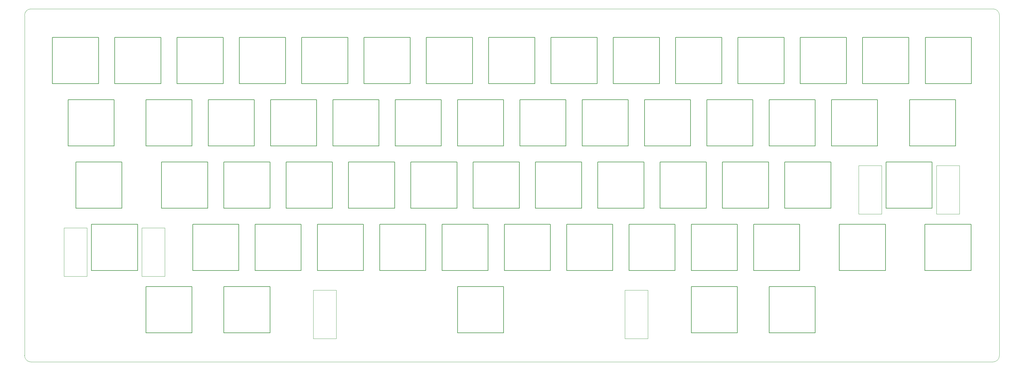
<source format=gbr>
G04 #@! TF.GenerationSoftware,KiCad,Pcbnew,(6.0.11)*
G04 #@! TF.CreationDate,2024-11-25T11:33:10+09:00*
G04 #@! TF.ProjectId,Flame60_Top,466c616d-6536-4305-9f54-6f702e6b6963,rev?*
G04 #@! TF.SameCoordinates,Original*
G04 #@! TF.FileFunction,Profile,NP*
%FSLAX46Y46*%
G04 Gerber Fmt 4.6, Leading zero omitted, Abs format (unit mm)*
G04 Created by KiCad (PCBNEW (6.0.11)) date 2024-11-25 11:33:10*
%MOMM*%
%LPD*%
G01*
G04 APERTURE LIST*
G04 #@! TA.AperFunction,Profile*
%ADD10C,0.100000*%
G04 #@! TD*
G04 #@! TA.AperFunction,Profile*
%ADD11C,0.150000*%
G04 #@! TD*
G04 #@! TA.AperFunction,Profile*
%ADD12C,0.120000*%
G04 #@! TD*
G04 APERTURE END LIST*
D10*
X361000000Y-60000000D02*
G75*
G03*
X359000000Y-58000000I-2000000J0D01*
G01*
X359000000Y-166000000D02*
G75*
G03*
X361000000Y-164000000I0J2000000D01*
G01*
X361000000Y-164000000D02*
X361000000Y-60000000D01*
X65000000Y-58000000D02*
G75*
G03*
X63000000Y-60000000I0J-2000000D01*
G01*
X63000000Y-60000000D02*
X63000000Y-164000000D01*
X65000000Y-166000000D02*
X359000000Y-166000000D01*
X359000000Y-58000000D02*
X65000000Y-58000000D01*
X63000000Y-164000000D02*
G75*
G03*
X65000000Y-166000000I2000000J0D01*
G01*
D11*
X338231250Y-123918750D02*
X352331250Y-123918750D01*
X352331250Y-123918750D02*
X352331250Y-138018750D01*
X352331250Y-138018750D02*
X338231250Y-138018750D01*
X338231250Y-138018750D02*
X338231250Y-123918750D01*
X76293750Y-99918750D02*
X76293750Y-85818750D01*
X90393750Y-99918750D02*
X76293750Y-99918750D01*
X90393750Y-85818750D02*
X90393750Y-99918750D01*
X76293750Y-85818750D02*
X90393750Y-85818750D01*
X147731250Y-66768750D02*
X161831250Y-66768750D01*
X161831250Y-66768750D02*
X161831250Y-80868750D01*
X161831250Y-80868750D02*
X147731250Y-80868750D01*
X147731250Y-80868750D02*
X147731250Y-66768750D01*
X78675000Y-118968750D02*
X78675000Y-104868750D01*
X92775000Y-104868750D02*
X92775000Y-118968750D01*
X92775000Y-118968750D02*
X78675000Y-118968750D01*
X78675000Y-104868750D02*
X92775000Y-104868750D01*
X118968750Y-118968750D02*
X104868750Y-118968750D01*
X104868750Y-118968750D02*
X104868750Y-104868750D01*
X118968750Y-104868750D02*
X118968750Y-118968750D01*
X104868750Y-104868750D02*
X118968750Y-104868750D01*
X242981250Y-66768750D02*
X257081250Y-66768750D01*
X257081250Y-80868750D02*
X242981250Y-80868750D01*
X257081250Y-66768750D02*
X257081250Y-80868750D01*
X242981250Y-80868750D02*
X242981250Y-66768750D01*
D12*
X317975000Y-120718750D02*
X317975000Y-105918750D01*
X341775000Y-105918750D02*
X341775000Y-120718750D01*
X317975000Y-105918750D02*
X324975000Y-105918750D01*
D11*
X340425000Y-118968750D02*
X326325000Y-118968750D01*
D12*
X324975000Y-120718750D02*
X317975000Y-120718750D01*
D11*
X326325000Y-118968750D02*
X326325000Y-104868750D01*
D12*
X348775000Y-120718750D02*
X348775000Y-105918750D01*
D11*
X326325000Y-104868750D02*
X340425000Y-104868750D01*
D12*
X341775000Y-120718750D02*
X348775000Y-120718750D01*
X348775000Y-105918750D02*
X341775000Y-105918750D01*
X324975000Y-105918750D02*
X324975000Y-120718750D01*
D11*
X340425000Y-104868750D02*
X340425000Y-118968750D01*
X290606250Y-85818750D02*
X304706250Y-85818750D01*
X304706250Y-85818750D02*
X304706250Y-99918750D01*
X290606250Y-99918750D02*
X290606250Y-85818750D01*
X304706250Y-99918750D02*
X290606250Y-99918750D01*
X114393750Y-138018750D02*
X114393750Y-123918750D01*
X128493750Y-138018750D02*
X114393750Y-138018750D01*
X128493750Y-123918750D02*
X128493750Y-138018750D01*
X114393750Y-123918750D02*
X128493750Y-123918750D01*
X123918750Y-118968750D02*
X123918750Y-104868750D01*
X138018750Y-104868750D02*
X138018750Y-118968750D01*
X123918750Y-104868750D02*
X138018750Y-104868750D01*
X138018750Y-118968750D02*
X123918750Y-118968750D01*
X280893750Y-138018750D02*
X266793750Y-138018750D01*
X266793750Y-123918750D02*
X280893750Y-123918750D01*
X266793750Y-138018750D02*
X266793750Y-123918750D01*
X280893750Y-123918750D02*
X280893750Y-138018750D01*
X133443750Y-138018750D02*
X133443750Y-123918750D01*
X147543750Y-123918750D02*
X147543750Y-138018750D01*
X133443750Y-123918750D02*
X147543750Y-123918750D01*
X147543750Y-138018750D02*
X133443750Y-138018750D01*
X228693750Y-138018750D02*
X228693750Y-123918750D01*
X242793750Y-138018750D02*
X228693750Y-138018750D01*
X228693750Y-123918750D02*
X242793750Y-123918750D01*
X242793750Y-123918750D02*
X242793750Y-138018750D01*
X90581250Y-80868750D02*
X90581250Y-66768750D01*
X104681250Y-66768750D02*
X104681250Y-80868750D01*
X104681250Y-80868750D02*
X90581250Y-80868750D01*
X90581250Y-66768750D02*
X104681250Y-66768750D01*
X290418750Y-104868750D02*
X290418750Y-118968750D01*
X276318750Y-118968750D02*
X276318750Y-104868750D01*
X276318750Y-104868750D02*
X290418750Y-104868750D01*
X290418750Y-118968750D02*
X276318750Y-118968750D01*
X85631250Y-66768750D02*
X85631250Y-80868750D01*
X71531250Y-80868750D02*
X71531250Y-66768750D01*
X71531250Y-66768750D02*
X85631250Y-66768750D01*
X85631250Y-80868750D02*
X71531250Y-80868750D01*
X157256250Y-99918750D02*
X157256250Y-85818750D01*
X171356250Y-85818750D02*
X171356250Y-99918750D01*
X157256250Y-85818750D02*
X171356250Y-85818750D01*
X171356250Y-99918750D02*
X157256250Y-99918750D01*
X218981250Y-66768750D02*
X218981250Y-80868750D01*
X204881250Y-66768750D02*
X218981250Y-66768750D01*
X204881250Y-80868750D02*
X204881250Y-66768750D01*
X218981250Y-80868750D02*
X204881250Y-80868750D01*
X228506250Y-85818750D02*
X228506250Y-99918750D01*
X214406250Y-85818750D02*
X228506250Y-85818750D01*
X214406250Y-99918750D02*
X214406250Y-85818750D01*
X228506250Y-99918750D02*
X214406250Y-99918750D01*
X138018750Y-157068750D02*
X123918750Y-157068750D01*
X138018750Y-142968750D02*
X138018750Y-157068750D01*
X123918750Y-157068750D02*
X123918750Y-142968750D01*
X123918750Y-142968750D02*
X138018750Y-142968750D01*
D12*
X82087500Y-124968750D02*
X82087500Y-139768750D01*
X98887500Y-124968750D02*
X98887500Y-139768750D01*
X105887500Y-124968750D02*
X98887500Y-124968750D01*
X105887500Y-139768750D02*
X105887500Y-124968750D01*
X75087500Y-124968750D02*
X82087500Y-124968750D01*
X75087500Y-139768750D02*
X75087500Y-124968750D01*
D11*
X83437500Y-123918750D02*
X97537500Y-123918750D01*
X97537500Y-123918750D02*
X97537500Y-138018750D01*
X97537500Y-138018750D02*
X83437500Y-138018750D01*
D12*
X98887500Y-139768750D02*
X105887500Y-139768750D01*
X82087500Y-139768750D02*
X75087500Y-139768750D01*
D11*
X83437500Y-138018750D02*
X83437500Y-123918750D01*
X295181250Y-80868750D02*
X281081250Y-80868750D01*
X281081250Y-66768750D02*
X295181250Y-66768750D01*
X281081250Y-80868750D02*
X281081250Y-66768750D01*
X295181250Y-66768750D02*
X295181250Y-80868750D01*
D12*
X253535000Y-144018750D02*
X246535000Y-144018750D01*
D11*
X195356250Y-142968750D02*
X209456250Y-142968750D01*
D12*
X246535000Y-144018750D02*
X246535000Y-158818750D01*
X158277500Y-158818750D02*
X151277500Y-158818750D01*
D11*
X195356250Y-157068750D02*
X195356250Y-142968750D01*
D12*
X253535000Y-158818750D02*
X253535000Y-144018750D01*
D11*
X209456250Y-157068750D02*
X195356250Y-157068750D01*
D12*
X151277500Y-144018750D02*
X158277500Y-144018750D01*
X246535000Y-158818750D02*
X253535000Y-158818750D01*
D11*
X209456250Y-142968750D02*
X209456250Y-157068750D01*
D12*
X151277500Y-158818750D02*
X151277500Y-144018750D01*
X158277500Y-144018750D02*
X158277500Y-158818750D01*
D11*
X195168750Y-118968750D02*
X181068750Y-118968750D01*
X195168750Y-104868750D02*
X195168750Y-118968750D01*
X181068750Y-118968750D02*
X181068750Y-104868750D01*
X181068750Y-104868750D02*
X195168750Y-104868750D01*
X333281250Y-66768750D02*
X333281250Y-80868750D01*
X333281250Y-80868750D02*
X319181250Y-80868750D01*
X319181250Y-66768750D02*
X333281250Y-66768750D01*
X319181250Y-80868750D02*
X319181250Y-66768750D01*
X119156250Y-99918750D02*
X119156250Y-85818750D01*
X119156250Y-85818750D02*
X133256250Y-85818750D01*
X133256250Y-85818750D02*
X133256250Y-99918750D01*
X133256250Y-99918750D02*
X119156250Y-99918750D01*
X176306250Y-85818750D02*
X190406250Y-85818750D01*
X190406250Y-99918750D02*
X176306250Y-99918750D01*
X190406250Y-85818750D02*
X190406250Y-99918750D01*
X176306250Y-99918750D02*
X176306250Y-85818750D01*
X162018750Y-118968750D02*
X162018750Y-104868750D01*
X162018750Y-104868750D02*
X176118750Y-104868750D01*
X176118750Y-118968750D02*
X162018750Y-118968750D01*
X176118750Y-104868750D02*
X176118750Y-118968750D01*
X262031250Y-80868750D02*
X262031250Y-66768750D01*
X276131250Y-80868750D02*
X262031250Y-80868750D01*
X276131250Y-66768750D02*
X276131250Y-80868750D01*
X262031250Y-66768750D02*
X276131250Y-66768750D01*
X142781250Y-80868750D02*
X128681250Y-80868750D01*
X128681250Y-66768750D02*
X142781250Y-66768750D01*
X142781250Y-66768750D02*
X142781250Y-80868750D01*
X128681250Y-80868750D02*
X128681250Y-66768750D01*
X219168750Y-118968750D02*
X219168750Y-104868750D01*
X233268750Y-104868750D02*
X233268750Y-118968750D01*
X219168750Y-104868750D02*
X233268750Y-104868750D01*
X233268750Y-118968750D02*
X219168750Y-118968750D01*
X157068750Y-104868750D02*
X157068750Y-118968750D01*
X157068750Y-118968750D02*
X142968750Y-118968750D01*
X142968750Y-118968750D02*
X142968750Y-104868750D01*
X142968750Y-104868750D02*
X157068750Y-104868750D01*
X223743750Y-138018750D02*
X209643750Y-138018750D01*
X209643750Y-138018750D02*
X209643750Y-123918750D01*
X209643750Y-123918750D02*
X223743750Y-123918750D01*
X223743750Y-123918750D02*
X223743750Y-138018750D01*
X109631250Y-80868750D02*
X109631250Y-66768750D01*
X123731250Y-80868750D02*
X109631250Y-80868750D01*
X123731250Y-66768750D02*
X123731250Y-80868750D01*
X109631250Y-66768750D02*
X123731250Y-66768750D01*
X333504500Y-99918750D02*
X333504500Y-85818750D01*
X347604500Y-85818750D02*
X347604500Y-99918750D01*
X333504500Y-85818750D02*
X347604500Y-85818750D01*
X347604500Y-99918750D02*
X333504500Y-99918750D01*
X252318750Y-104868750D02*
X252318750Y-118968750D01*
X252318750Y-118968750D02*
X238218750Y-118968750D01*
X238218750Y-104868750D02*
X252318750Y-104868750D01*
X238218750Y-118968750D02*
X238218750Y-104868750D01*
X180881250Y-66768750D02*
X180881250Y-80868750D01*
X166781250Y-66768750D02*
X180881250Y-66768750D01*
X180881250Y-80868750D02*
X166781250Y-80868750D01*
X166781250Y-80868750D02*
X166781250Y-66768750D01*
X266793750Y-157068750D02*
X266793750Y-142968750D01*
X266793750Y-142968750D02*
X280893750Y-142968750D01*
X280893750Y-157068750D02*
X266793750Y-157068750D01*
X280893750Y-142968750D02*
X280893750Y-157068750D01*
X247743750Y-123918750D02*
X261843750Y-123918750D01*
X261843750Y-123918750D02*
X261843750Y-138018750D01*
X261843750Y-138018750D02*
X247743750Y-138018750D01*
X247743750Y-138018750D02*
X247743750Y-123918750D01*
X199931250Y-80868750D02*
X185831250Y-80868750D01*
X185831250Y-80868750D02*
X185831250Y-66768750D01*
X185831250Y-66768750D02*
X199931250Y-66768750D01*
X199931250Y-66768750D02*
X199931250Y-80868750D01*
X214218750Y-118968750D02*
X200118750Y-118968750D01*
X200118750Y-104868750D02*
X214218750Y-104868750D01*
X200118750Y-118968750D02*
X200118750Y-104868750D01*
X214218750Y-104868750D02*
X214218750Y-118968750D01*
X166593750Y-123918750D02*
X166593750Y-138018750D01*
X152493750Y-123918750D02*
X166593750Y-123918750D01*
X152493750Y-138018750D02*
X152493750Y-123918750D01*
X166593750Y-138018750D02*
X152493750Y-138018750D01*
X204693750Y-138018750D02*
X190593750Y-138018750D01*
X204693750Y-123918750D02*
X204693750Y-138018750D01*
X190593750Y-138018750D02*
X190593750Y-123918750D01*
X190593750Y-123918750D02*
X204693750Y-123918750D01*
X323756250Y-99918750D02*
X309656250Y-99918750D01*
X309656250Y-85818750D02*
X323756250Y-85818750D01*
X323756250Y-85818750D02*
X323756250Y-99918750D01*
X309656250Y-99918750D02*
X309656250Y-85818750D01*
X295368750Y-118968750D02*
X295368750Y-104868750D01*
X309468750Y-104868750D02*
X309468750Y-118968750D01*
X309468750Y-118968750D02*
X295368750Y-118968750D01*
X295368750Y-104868750D02*
X309468750Y-104868750D01*
X314231250Y-66768750D02*
X314231250Y-80868750D01*
X314231250Y-80868750D02*
X300131250Y-80868750D01*
X300131250Y-80868750D02*
X300131250Y-66768750D01*
X300131250Y-66768750D02*
X314231250Y-66768750D01*
X285843750Y-138018750D02*
X285843750Y-123918750D01*
X299943750Y-138018750D02*
X285843750Y-138018750D01*
X299943750Y-123918750D02*
X299943750Y-138018750D01*
X285843750Y-123918750D02*
X299943750Y-123918750D01*
X152306250Y-99918750D02*
X138206250Y-99918750D01*
X152306250Y-85818750D02*
X152306250Y-99918750D01*
X138206250Y-99918750D02*
X138206250Y-85818750D01*
X138206250Y-85818750D02*
X152306250Y-85818750D01*
X185643750Y-138018750D02*
X171543750Y-138018750D01*
X171543750Y-123918750D02*
X185643750Y-123918750D01*
X185643750Y-123918750D02*
X185643750Y-138018750D01*
X171543750Y-138018750D02*
X171543750Y-123918750D01*
X247556250Y-85818750D02*
X247556250Y-99918750D01*
X233456250Y-85818750D02*
X247556250Y-85818750D01*
X233456250Y-99918750D02*
X233456250Y-85818750D01*
X247556250Y-99918750D02*
X233456250Y-99918750D01*
X114206250Y-157068750D02*
X100106250Y-157068750D01*
X114206250Y-142968750D02*
X114206250Y-157068750D01*
X100106250Y-142968750D02*
X114206250Y-142968750D01*
X100106250Y-157068750D02*
X100106250Y-142968750D01*
X209456250Y-99918750D02*
X195356250Y-99918750D01*
X195356250Y-99918750D02*
X195356250Y-85818750D01*
X195356250Y-85818750D02*
X209456250Y-85818750D01*
X209456250Y-85818750D02*
X209456250Y-99918750D01*
X223931250Y-66768750D02*
X238031250Y-66768750D01*
X223931250Y-80868750D02*
X223931250Y-66768750D01*
X238031250Y-80868750D02*
X223931250Y-80868750D01*
X238031250Y-66768750D02*
X238031250Y-80868750D01*
X312037500Y-138018750D02*
X312037500Y-123918750D01*
X326137500Y-123918750D02*
X326137500Y-138018750D01*
X312037500Y-123918750D02*
X326137500Y-123918750D01*
X326137500Y-138018750D02*
X312037500Y-138018750D01*
X285656250Y-85818750D02*
X285656250Y-99918750D01*
X285656250Y-99918750D02*
X271556250Y-99918750D01*
X271556250Y-99918750D02*
X271556250Y-85818750D01*
X271556250Y-85818750D02*
X285656250Y-85818750D01*
X266606250Y-85818750D02*
X266606250Y-99918750D01*
X266606250Y-99918750D02*
X252506250Y-99918750D01*
X252506250Y-99918750D02*
X252506250Y-85818750D01*
X252506250Y-85818750D02*
X266606250Y-85818750D01*
X257268750Y-104868750D02*
X271368750Y-104868750D01*
X271368750Y-104868750D02*
X271368750Y-118968750D01*
X271368750Y-118968750D02*
X257268750Y-118968750D01*
X257268750Y-118968750D02*
X257268750Y-104868750D01*
X100106250Y-99918750D02*
X100106250Y-85818750D01*
X114206250Y-99918750D02*
X100106250Y-99918750D01*
X100106250Y-85818750D02*
X114206250Y-85818750D01*
X114206250Y-85818750D02*
X114206250Y-99918750D01*
X290606250Y-157068750D02*
X290606250Y-142968750D01*
X304706250Y-157068750D02*
X290606250Y-157068750D01*
X304706250Y-142968750D02*
X304706250Y-157068750D01*
X290606250Y-142968750D02*
X304706250Y-142968750D01*
X352426500Y-66768750D02*
X352426500Y-80868750D01*
X352426500Y-80868750D02*
X338326500Y-80868750D01*
X338326500Y-66768750D02*
X352426500Y-66768750D01*
X338326500Y-80868750D02*
X338326500Y-66768750D01*
M02*

</source>
